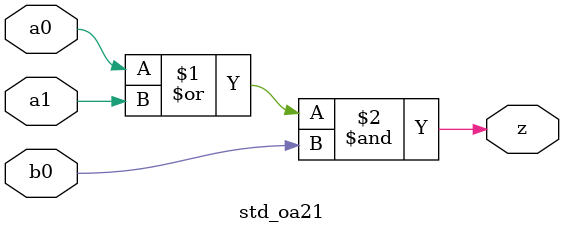
<source format=sv>

module std_oa21 #(parameter DW = 1 ) // array width
(
	input [DW-1:0]  a0,
	input [DW-1:0]  a1,
	input [DW-1:0]  b0, 
	output [DW-1:0] z
);

assign z = (a0 | a1) & b0;

endmodule

</source>
